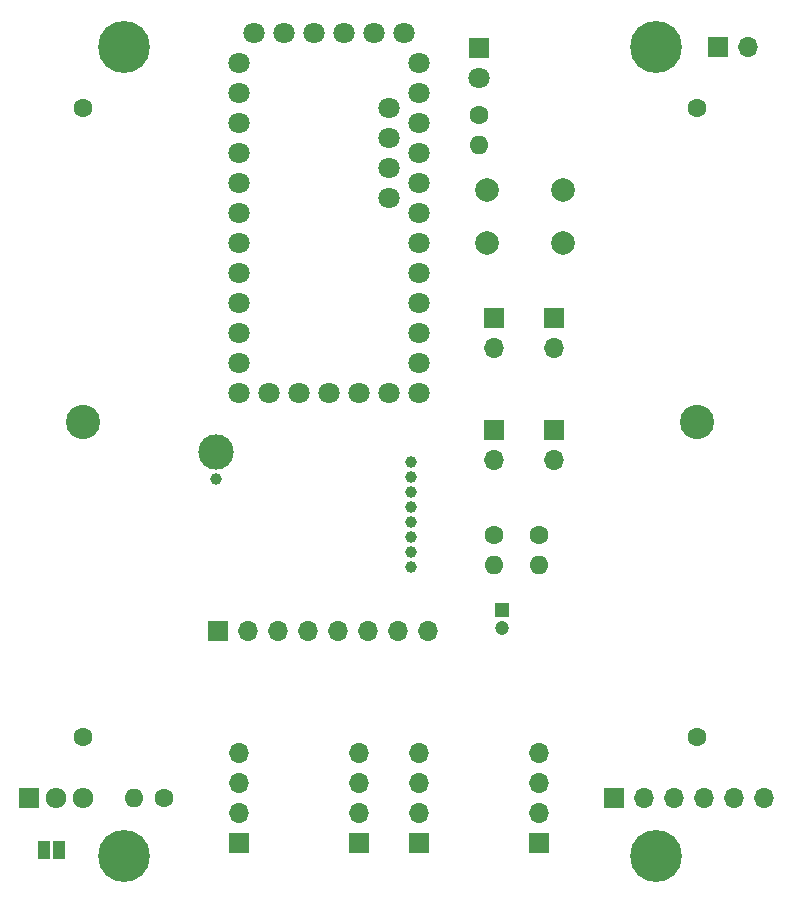
<source format=gbr>
G04 #@! TF.GenerationSoftware,KiCad,Pcbnew,5.1.10-88a1d61d58~88~ubuntu18.04.1*
G04 #@! TF.CreationDate,2021-10-07T16:32:20+02:00*
G04 #@! TF.ProjectId,HB-UNI-SEN-BATT_E07-868MS10_FUEL4EP,48422d55-4e49-42d5-9345-4e2d42415454,rev?*
G04 #@! TF.SameCoordinates,Original*
G04 #@! TF.FileFunction,Soldermask,Bot*
G04 #@! TF.FilePolarity,Negative*
%FSLAX46Y46*%
G04 Gerber Fmt 4.6, Leading zero omitted, Abs format (unit mm)*
G04 Created by KiCad (PCBNEW 5.1.10-88a1d61d58~88~ubuntu18.04.1) date 2021-10-07 16:32:20*
%MOMM*%
%LPD*%
G01*
G04 APERTURE LIST*
%ADD10O,1.700000X1.700000*%
%ADD11R,1.700000X1.700000*%
%ADD12C,3.000000*%
%ADD13C,1.000000*%
%ADD14C,0.700000*%
%ADD15C,4.400000*%
%ADD16C,2.900000*%
%ADD17C,1.600000*%
%ADD18C,2.000000*%
%ADD19R,1.000000X1.500000*%
%ADD20O,1.600000X1.600000*%
%ADD21O,1.717500X1.800000*%
%ADD22R,1.717500X1.800000*%
%ADD23C,1.800000*%
%ADD24R,1.800000X1.800000*%
%ADD25C,1.200000*%
%ADD26R,1.200000X1.200000*%
G04 APERTURE END LIST*
D10*
X141750000Y-130690000D03*
X139210000Y-130690000D03*
X136670000Y-130690000D03*
X134130000Y-130690000D03*
X131590000Y-130690000D03*
X129050000Y-130690000D03*
X126510000Y-130690000D03*
D11*
X123970000Y-130690000D03*
D12*
X123800000Y-115470000D03*
D13*
X123800000Y-117750000D03*
X140260000Y-116310000D03*
X140260000Y-117580000D03*
X140260000Y-118850000D03*
X140260000Y-120120000D03*
X140260000Y-121390000D03*
X140260000Y-122660000D03*
X140260000Y-123930000D03*
X140260000Y-125200000D03*
D14*
X162272800Y-148477200D03*
X161000000Y-147950000D03*
X159727200Y-148477200D03*
X159200000Y-149750000D03*
X159727200Y-151022800D03*
X161000000Y-151550000D03*
X162272800Y-151022800D03*
X162800000Y-149750000D03*
D15*
X161000000Y-149750000D03*
D14*
X117272800Y-148477200D03*
X116000000Y-147950000D03*
X114727200Y-148477200D03*
X114200000Y-149750000D03*
X114727200Y-151022800D03*
X116000000Y-151550000D03*
X117272800Y-151022800D03*
X117800000Y-149750000D03*
D15*
X116000000Y-149750000D03*
D14*
X162272800Y-79977200D03*
X161000000Y-79450000D03*
X159727200Y-79977200D03*
X159200000Y-81250000D03*
X159727200Y-82522800D03*
X161000000Y-83050000D03*
X162272800Y-82522800D03*
X162800000Y-81250000D03*
D15*
X161000000Y-81250000D03*
D14*
X117272800Y-79977200D03*
X116000000Y-79450000D03*
X114727200Y-79977200D03*
X114200000Y-81250000D03*
X114727200Y-82522800D03*
X116000000Y-83050000D03*
X117272800Y-82522800D03*
X117800000Y-81250000D03*
D15*
X116000000Y-81250000D03*
D16*
X164500000Y-113000000D03*
D17*
X164500000Y-86400000D03*
X164500000Y-139600000D03*
D18*
X153185000Y-93345000D03*
X153185000Y-97845000D03*
X146685000Y-93345000D03*
X146685000Y-97845000D03*
D19*
X109200000Y-149225000D03*
X110500000Y-149225000D03*
D20*
X147320000Y-125095000D03*
D17*
X147320000Y-122555000D03*
D20*
X151130000Y-125095000D03*
D17*
X151130000Y-122555000D03*
D20*
X116840000Y-144780000D03*
D17*
X119380000Y-144780000D03*
D20*
X146050000Y-89535000D03*
D17*
X146050000Y-86995000D03*
D21*
X112530000Y-144780000D03*
X110240000Y-144780000D03*
D22*
X107950000Y-144780000D03*
D23*
X146050000Y-83820000D03*
D24*
X146050000Y-81280000D03*
D25*
X147955000Y-130405000D03*
D26*
X147955000Y-128905000D03*
D16*
X112500000Y-113000000D03*
D17*
X112500000Y-139600000D03*
X112500000Y-86400000D03*
D23*
X139700000Y-80010000D03*
X137160000Y-80010000D03*
X134620000Y-80010000D03*
X132080000Y-80010000D03*
X129540000Y-80010000D03*
X127000000Y-80010000D03*
X128270000Y-110490000D03*
X130810000Y-110490000D03*
X133350000Y-110490000D03*
X138430000Y-91440000D03*
X138430000Y-93980000D03*
X125730000Y-110490000D03*
X125730000Y-107950000D03*
X125730000Y-105410000D03*
X125730000Y-102870000D03*
X125730000Y-100330000D03*
X125730000Y-97790000D03*
X125730000Y-95250000D03*
X125730000Y-92710000D03*
X125730000Y-90170000D03*
X125730000Y-87630000D03*
X125730000Y-85090000D03*
X125730000Y-82550000D03*
X140970000Y-82550000D03*
X140970000Y-85090000D03*
X140970000Y-87630000D03*
X140970000Y-90170000D03*
X140970000Y-92710000D03*
X140970000Y-95250000D03*
X140970000Y-97790000D03*
X140970000Y-100330000D03*
X140970000Y-102870000D03*
X140970000Y-105410000D03*
X140970000Y-107950000D03*
X140970000Y-110490000D03*
X138430000Y-110490000D03*
X135890000Y-110490000D03*
X138430000Y-88900000D03*
X138430000Y-86360000D03*
D10*
X168790000Y-81250000D03*
D11*
X166250000Y-81250000D03*
D10*
X151130000Y-140970000D03*
X151130000Y-143510000D03*
X151130000Y-146050000D03*
D11*
X151130000Y-148590000D03*
D10*
X140970000Y-140970000D03*
X140970000Y-143510000D03*
X140970000Y-146050000D03*
D11*
X140970000Y-148590000D03*
D10*
X135890000Y-140970000D03*
X135890000Y-143510000D03*
X135890000Y-146050000D03*
D11*
X135890000Y-148590000D03*
D10*
X125730000Y-140970000D03*
X125730000Y-143510000D03*
X125730000Y-146050000D03*
D11*
X125730000Y-148590000D03*
D10*
X170180000Y-144780000D03*
X167640000Y-144780000D03*
X165100000Y-144780000D03*
X162560000Y-144780000D03*
X160020000Y-144780000D03*
D11*
X157480000Y-144780000D03*
D10*
X152400000Y-106680000D03*
D11*
X152400000Y-104140000D03*
D10*
X147320000Y-106680000D03*
D11*
X147320000Y-104140000D03*
D10*
X152400000Y-116205000D03*
D11*
X152400000Y-113665000D03*
D10*
X147320000Y-116205000D03*
D11*
X147320000Y-113665000D03*
M02*

</source>
